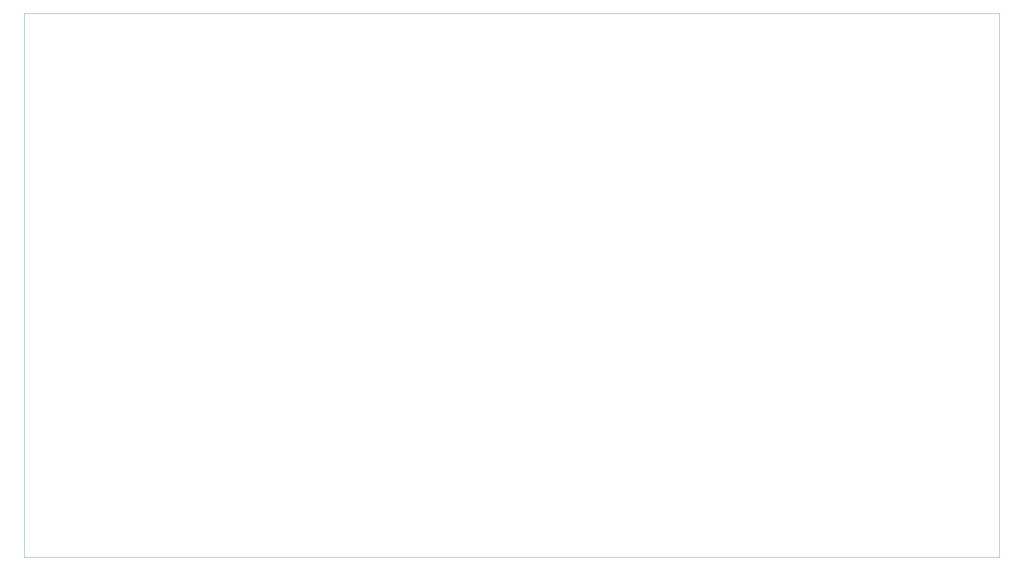
<source format=gbr>
G04 #@! TF.GenerationSoftware,KiCad,Pcbnew,(5.1.5-0-10_14)*
G04 #@! TF.CreationDate,2020-02-16T18:48:00-08:00*
G04 #@! TF.ProjectId,SpectrumAnayzerMini32,53706563-7472-4756-9d41-6e61797a6572,rev?*
G04 #@! TF.SameCoordinates,Original*
G04 #@! TF.FileFunction,Profile,NP*
%FSLAX46Y46*%
G04 Gerber Fmt 4.6, Leading zero omitted, Abs format (unit mm)*
G04 Created by KiCad (PCBNEW (5.1.5-0-10_14)) date 2020-02-16 18:48:00*
%MOMM*%
%LPD*%
G04 APERTURE LIST*
%ADD10C,0.050000*%
G04 APERTURE END LIST*
D10*
X20955000Y-154305000D02*
X20955000Y-27305000D01*
X248285000Y-154305000D02*
X20955000Y-154305000D01*
X248285000Y-27305000D02*
X248285000Y-154305000D01*
X20955000Y-27305000D02*
X248285000Y-27305000D01*
M02*

</source>
